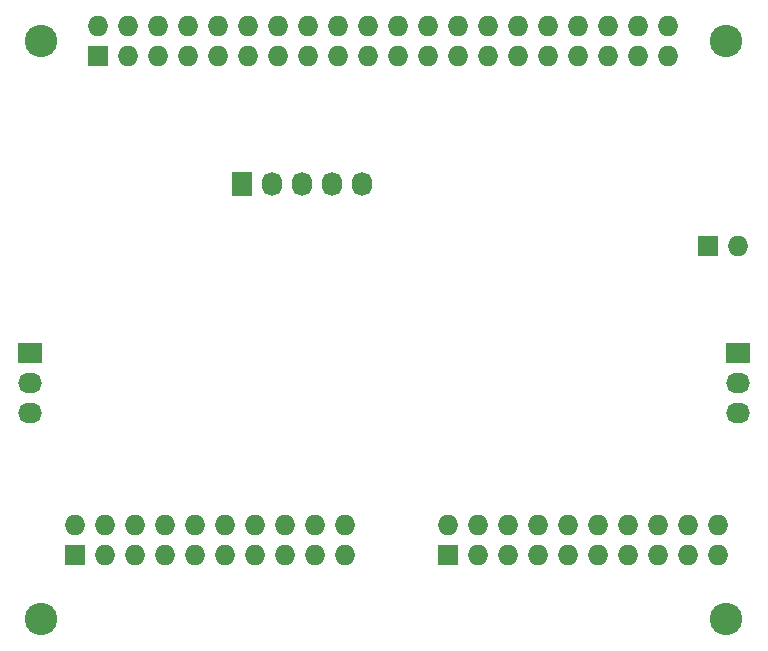
<source format=gbs>
G04 #@! TF.FileFunction,Soldermask,Bot*
%FSLAX46Y46*%
G04 Gerber Fmt 4.6, Leading zero omitted, Abs format (unit mm)*
G04 Created by KiCad (PCBNEW 4.0.1-stable) date 5/14/2016 10:44:53 PM*
%MOMM*%
G01*
G04 APERTURE LIST*
%ADD10C,0.150000*%
%ADD11R,1.727200X2.032000*%
%ADD12O,1.727200X2.032000*%
%ADD13R,2.032000X1.727200*%
%ADD14O,2.032000X1.727200*%
%ADD15R,1.727200X1.727200*%
%ADD16O,1.727200X1.727200*%
%ADD17C,2.750000*%
G04 APERTURE END LIST*
D10*
D11*
X20509000Y-15615800D03*
D12*
X23049000Y-15615800D03*
X25589000Y-15615800D03*
X28129000Y-15615800D03*
X30669000Y-15615800D03*
D13*
X62546000Y-29916000D03*
D14*
X62546000Y-32456000D03*
X62546000Y-34996000D03*
D13*
X2602000Y-29916000D03*
D14*
X2602000Y-32456000D03*
X2602000Y-34996000D03*
D15*
X6361200Y-47035600D03*
D16*
X6361200Y-44495600D03*
X8901200Y-47035600D03*
X8901200Y-44495600D03*
X11441200Y-47035600D03*
X11441200Y-44495600D03*
X13981200Y-47035600D03*
X13981200Y-44495600D03*
X16521200Y-47035600D03*
X16521200Y-44495600D03*
X19061200Y-47035600D03*
X19061200Y-44495600D03*
X21601200Y-47035600D03*
X21601200Y-44495600D03*
X24141200Y-47035600D03*
X24141200Y-44495600D03*
X26681200Y-47035600D03*
X26681200Y-44495600D03*
X29221200Y-47035600D03*
X29221200Y-44495600D03*
D15*
X37958800Y-47035600D03*
D16*
X37958800Y-44495600D03*
X40498800Y-47035600D03*
X40498800Y-44495600D03*
X43038800Y-47035600D03*
X43038800Y-44495600D03*
X45578800Y-47035600D03*
X45578800Y-44495600D03*
X48118800Y-47035600D03*
X48118800Y-44495600D03*
X50658800Y-47035600D03*
X50658800Y-44495600D03*
X53198800Y-47035600D03*
X53198800Y-44495600D03*
X55738800Y-47035600D03*
X55738800Y-44495600D03*
X58278800Y-47035600D03*
X58278800Y-44495600D03*
X60818800Y-47035600D03*
X60818800Y-44495600D03*
D15*
X59942500Y-20899000D03*
D16*
X62482500Y-20899000D03*
D15*
X8370000Y-4770000D03*
D16*
X8370000Y-2230000D03*
X10910000Y-4770000D03*
X10910000Y-2230000D03*
X13450000Y-4770000D03*
X13450000Y-2230000D03*
X15990000Y-4770000D03*
X15990000Y-2230000D03*
X18530000Y-4770000D03*
X18530000Y-2230000D03*
X21070000Y-4770000D03*
X21070000Y-2230000D03*
X23610000Y-4770000D03*
X23610000Y-2230000D03*
X26150000Y-4770000D03*
X26150000Y-2230000D03*
X28690000Y-4770000D03*
X28690000Y-2230000D03*
X31230000Y-4770000D03*
X31230000Y-2230000D03*
X33770000Y-4770000D03*
X33770000Y-2230000D03*
X36310000Y-4770000D03*
X36310000Y-2230000D03*
X38850000Y-4770000D03*
X38850000Y-2230000D03*
X41390000Y-4770000D03*
X41390000Y-2230000D03*
X43930000Y-4770000D03*
X43930000Y-2230000D03*
X46470000Y-4770000D03*
X46470000Y-2230000D03*
X49010000Y-4770000D03*
X49010000Y-2230000D03*
X51550000Y-4770000D03*
X51550000Y-2230000D03*
X54090000Y-4770000D03*
X54090000Y-2230000D03*
X56630000Y-4770000D03*
X56630000Y-2230000D03*
D17*
X3500000Y-3500000D03*
X61500000Y-3500000D03*
X3500000Y-52500000D03*
X61500000Y-52500000D03*
M02*

</source>
